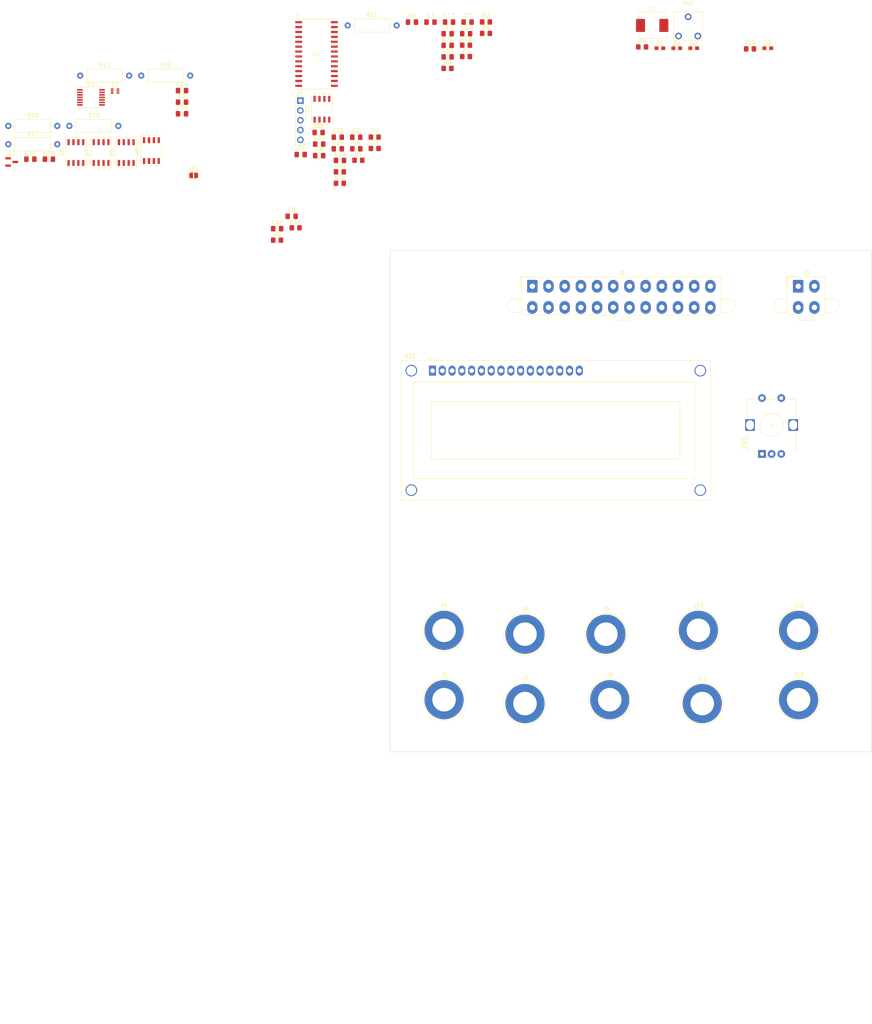
<source format=kicad_pcb>
(kicad_pcb (version 20211014) (generator pcbnew)
  (layers (0 "F.Cu" signal) (31 "B.Cu" signal) (34 "B.Paste" user) (35 "F.Paste" user) (36 "B.SilkS" user "B.Silkscreen") (37 "F.SilkS" user "F.Silkscreen") (38 "B.Mask" user) (39 "F.Mask" user) (44 "Edge.Cuts" user))
  (net 0 "")
  (net 1 "VCC")
  (net 2 "GND")
  (net 3 "+12VA")
  (net 4 "+3V3")
  (net 5 "+5V")
  (net 6 "+12V")
  (net 7 "-12V")
  (net 8 "Net-(C16-Pad1)")
  (net 9 "Net-(DS1-Pad3)")
  (net 10 "/RS")
  (net 11 "/R{slash}~{W}")
  (net 12 "/E_{LCD}")
  (net 13 "Net-(DS1-Pad7)")
  (net 14 "Net-(DS1-Pad8)")
  (net 15 "Net-(DS1-Pad9)")
  (net 16 "Net-(DS1-Pad10)")
  (net 17 "/D0")
  (net 18 "/D1")
  (net 19 "/D2")
  (net 20 "/D3")
  (net 21 "/~{MCLR}")
  (net 22 "/DAT_{ICSP}")
  (net 23 "/CLK_{ICSP}")
  (net 24 "/PWR_{OK}")
  (net 25 "/~{PS_{ON}}")
  (net 27 "Net-(J4-Pad1)")
  (net 28 "Net-(J6-Pad1)")
  (net 29 "Net-(J8-Pad1)")
  (net 30 "Net-(J10-Pad1)")
  (net 31 "Net-(J12-Pad1)")
  (net 32 "Net-(JP1-Pad1)")
  (net 33 "/EN_{ON}")
  (net 34 "/LED")
  (net 35 "Net-(D1-Pad2)")
  (net 36 "/ENC_{A}")
  (net 37 "/ENC_{Button}")
  (net 38 "/ENC_{B}")
  (net 39 "Net-(D2-Pad2)")
  (net 40 "/V_{mon}")
  (net 41 "/EN_{Adj}")
  (net 42 "/SCL")
  (net 43 "/SDA")
  (net 44 "/CURR_{+3.3V}")
  (net 45 "/CURR_{+5V}")
  (net 46 "/CURR_{+12V}")
  (net 47 "/CURR_{-12V}")
  (net 48 "/CURR_{Adj}")
  (net 49 "Net-(L1-Pad1)")
  (net 55 "Net-(D3-Pad2)")
  (net 56 "Net-(R9-Pad1)")
  (net 57 "Net-(D4-Pad2)")
  (net 58 "Net-(R10-Pad1)")
  (net 59 "Net-(R12-Pad1)")
  (footprint "Resistor_SMD:R_0805_2012Metric_Pad1.20x1.40mm_HandSolder" (layer "F.Cu") (at 134.7 -16.78)
    (fp_text reference "R12" (at 0 -1.65) (layer "F.SilkS"))
    (fp_text value "10k")
    (pad "1" smd roundrect (at -1 0) (size 1.2 1.4) (layers "F.Cu" "F.Paste" "F.Mask") (roundrect_rratio 0.208333) (net 59 "Net-(R12-Pad1)"))
    (pad "2" smd roundrect (at 1 0) (size 1.2 1.4) (layers "F.Cu" "F.Paste" "F.Mask") (roundrect_rratio 0.208333) (net 2 "GND"))
  )
  (footprint "Connector:Banana_Jack_1Pin" (layer "F.Cu") (at 221 135)
    (fp_text reference "J12" (at 0 -6.5) (layer "F.SilkS"))
    (fp_text value "Banana Plug")
    (pad "1" thru_hole circle (at 0 0) (size 10.16 10.16) (drill 6.1) (layers *.Cu *.Mask) (net 31 "Net-(J12-Pad1)"))
  )
  (footprint "Capacitor_SMD:C_0805_2012Metric_Pad1.18x1.45mm_HandSolder" (layer "F.Cu") (at 129.92 -13.74)
    (fp_text reference "C18" (at 0 -1.68) (layer "F.SilkS"))
    (fp_text value "22u")
    (pad "1" smd roundrect (at -1.0375 0) (size 1.175 1.45) (layers "F.Cu" "F.Paste" "F.Mask") (roundrect_rratio 0.212766) (net 8 "Net-(C16-Pad1)"))
    (pad "2" smd roundrect (at 1.0375 0) (size 1.175 1.45) (layers "F.Cu" "F.Paste" "F.Mask") (roundrect_rratio 0.212766) (net 2 "GND"))
  )
  (footprint "LED_SMD:LED_0603_1608Metric_Pad1.05x0.95mm_HandSolder" (layer "F.Cu") (at 213 -16)
    (fp_text reference "D3" (at 0 -1.43) (layer "F.SilkS"))
    (fp_text value "LED Red")
    (pad "1" smd roundrect (at -0.875 0) (size 1.05 0.95) (layers "F.Cu" "F.Paste" "F.Mask") (net 2 "GND"))
    (pad "2" smd roundrect (at 0.875 0) (size 1.05 0.95) (layers "F.Cu" "F.Paste" "F.Mask") (net 55 "Net-(D3-Pad2)"))
  )
  (footprint "Connector:Banana_Jack_1Pin" (layer "F.Cu") (at 172 153)
    (fp_text reference "J9" (at 0 -6.5) (layer "F.SilkS"))
    (fp_text value "Banana Plug")
    (pad "1" thru_hole circle (at 0 0) (size 10.16 10.16) (drill 6.1) (layers *.Cu *.Mask) (net 2 "GND"))
  )
  (footprint "Capacitor_SMD:C_0805_2012Metric_Pad1.18x1.45mm_HandSolder" (layer "F.Cu") (at 101.41 10.09)
    (fp_text reference "C24" (at 0 -1.68) (layer "F.SilkS"))
    (fp_text value "0.1u")
    (pad "1" smd roundrect (at -1.0375 0) (size 1.175 1.45) (layers "F.Cu" "F.Paste" "F.Mask") (roundrect_rratio 0.212766) (net 1 "VCC"))
    (pad "2" smd roundrect (at 1.0375 0) (size 1.175 1.45) (layers "F.Cu" "F.Paste" "F.Mask") (roundrect_rratio 0.212766) (net 2 "GND"))
  )
  (footprint "Resistor_THT:R_Axial_DIN0309_L9.0mm_D3.2mm_P12.70mm_Horizontal" (layer "F.Cu") (at 31.77 4.16)
    (fp_text reference "R13" (at 6.35 -2.72) (layer "F.SilkS"))
    (fp_text value "DNP")
    (pad "1" thru_hole circle (at 0 0) (size 1.6 1.6) (drill 0.8) (layers *.Cu *.Mask) (net 8 "Net-(C16-Pad1)"))
    (pad "2" thru_hole oval (at 12.7 0) (size 1.6 1.6) (drill 0.8) (layers *.Cu *.Mask) (net 3 "+12VA"))
  )
  (footprint "Capacitor_SMD:C_0805_2012Metric_Pad1.18x1.45mm_HandSolder" (layer "F.Cu") (at 134.73 -19.76)
    (fp_text reference "C11" (at 0 -1.68) (layer "F.SilkS"))
    (fp_text value "0.1u")
    (pad "1" smd roundrect (at -1.0375 0) (size 1.175 1.45) (layers "F.Cu" "F.Paste" "F.Mask") (roundrect_rratio 0.212766) (net 6 "+12V"))
    (pad "2" smd roundrect (at 1.0375 0) (size 1.175 1.45) (layers "F.Cu" "F.Paste" "F.Mask") (roundrect_rratio 0.212766) (net 2 "GND"))
  )
  (footprint "Inductor_SMD:L_Abracon_ASPI-0630LR" (layer "F.Cu") (at 183.005 -21.91)
    (fp_text reference "L1" (at 0 -4.25) (layer "F.SilkS"))
    (fp_text value "2.2u")
    (pad "1" smd roundrect (at -3.025 0) (size 2.35 3.4) (layers "F.Cu" "F.Paste" "F.Mask") (roundrect_rratio 0.1) (net 49 "Net-(L1-Pad1)"))
    (pad "2" smd roundrect (at 3.025 0) (size 2.35 3.4) (layers "F.Cu" "F.Paste" "F.Mask") (roundrect_rratio 0.1) (net 8 "Net-(C16-Pad1)"))
  )
  (footprint "Jumper:SolderJumper-2_P1.3mm_Open_RoundedPad1.0x1.5mm" (layer "F.Cu") (at 64 17)
    (fp_text reference "JP1" (at 0 -1.8) (layer "F.SilkS"))
    (fp_text value "Jumper NO")
    (pad "1" smd custom (at -0.65 0) (size 1 0.5) (layers "F.Cu" "F.Mask") (net 32 "Net-(JP1-Pad1)") (options (clearance outline) (anchor rect)) (primitives (gr_circle (center 0 0.25) (end 0.5 0.25) (width 0) (fill yes)) (gr_circle (center 0 -0.25) (end 0.5 -0.25) (width 0) (fill yes)) (gr_poly (pts (xy 0.5 0.75) (xy 0 0.75) (xy 0 -0.75) (xy 0.5 -0.75)) (width 0) (fill yes))))
    (pad "2" smd custom (at 0.65 0) (size 1 0.5) (layers "F.Cu" "F.Mask") (net 2 "GND") (options (clearance outline) (anchor rect)) (primitives (gr_circle (center 0 0.25) (end 0.5 0.25) (width 0) (fill yes)) (gr_circle (center 0 -0.25) (end 0.5 -0.25) (width 0) (fill yes)) (gr_poly (pts (xy 0 0.75) (xy -0.5 0.75) (xy -0.5 -0.75) (xy 0 -0.75)) (width 0) (fill yes))))
  )
  (footprint "Resistor_SMD:R_0805_2012Metric_Pad1.20x1.40mm_HandSolder" (layer "F.Cu") (at 111 7.05)
    (fp_text reference "R4" (at 0 -1.65) (layer "F.SilkS"))
    (fp_text value "10k")
    (pad "1" smd roundrect (at -1 0) (size 1.2 1.4) (layers "F.Cu" "F.Paste" "F.Mask") (roundrect_rratio 0.208333) (net 2 "GND"))
    (pad "2" smd roundrect (at 1 0) (size 1.2 1.4) (layers "F.Cu" "F.Paste" "F.Mask") (roundrect_rratio 0.208333) (net 15 "Net-(DS1-Pad9)"))
  )
  (footprint "Capacitor_SMD:C_0805_2012Metric_Pad1.18x1.45mm_HandSolder" (layer "F.Cu") (at 106.22 10.09)
    (fp_text reference "C4" (at 0 -1.68) (layer "F.SilkS"))
    (fp_text value "0.1u")
    (pad "1" smd roundrect (at -1.0375 0) (size 1.175 1.45) (layers "F.Cu" "F.Paste" "F.Mask") (roundrect_rratio 0.212766) (net 1 "VCC"))
    (pad "2" smd roundrect (at 1.0375 0) (size 1.175 1.45) (layers "F.Cu" "F.Paste" "F.Mask") (roundrect_rratio 0.212766) (net 2 "GND"))
  )
  (footprint "Resistor_SMD:R_0805_2012Metric_Pad1.20x1.40mm_HandSolder" (layer "F.Cu") (at 180.405 -16.33)
    (fp_text reference "R9" (at 0 -1.65) (layer "F.SilkS"))
    (fp_text value "360")
    (pad "1" smd roundrect (at -1 0) (size 1.2 1.4) (layers "F.Cu" "F.Paste" "F.Mask") (roundrect_rratio 0.208333) (net 56 "Net-(R9-Pad1)"))
    (pad "2" smd roundrect (at 1 0) (size 1.2 1.4) (layers "F.Cu" "F.Paste" "F.Mask") (roundrect_rratio 0.208333) (net 39 "Net-(D2-Pad2)"))
  )
  (footprint "Resistor_SMD:R_0805_2012Metric_Pad1.20x1.40mm_HandSolder" (layer "F.Cu") (at 106.77 13.07)
    (fp_text reference "R5" (at 0 -1.65) (layer "F.SilkS"))
    (fp_text value "10k")
    (pad "1" smd roundrect (at -1 0) (size 1.2 1.4) (layers "F.Cu" "F.Paste" "F.Mask") (roundrect_rratio 0.208333) (net 2 "GND"))
    (pad "2" smd roundrect (at 1 0) (size 1.2 1.4) (layers "F.Cu" "F.Paste" "F.Mask") (roundrect_rratio 0.208333) (net 16 "Net-(DS1-Pad10)"))
  )
  (footprint "Resistor_SMD:R_0805_2012Metric_Pad1.20x1.40mm_HandSolder" (layer "F.Cu") (at 111 10)
    (fp_text reference "R3" (at 0 -1.65) (layer "F.SilkS"))
    (fp_text value "10k")
    (pad "1" smd roundrect (at -1 0) (size 1.2 1.4) (layers "F.Cu" "F.Paste" "F.Mask") (roundrect_rratio 0.208333) (net 2 "GND"))
    (pad "2" smd roundrect (at 1 0) (size 1.2 1.4) (layers "F.Cu" "F.Paste" "F.Mask") (roundrect_rratio 0.208333) (net 14 "Net-(DS1-Pad8)"))
  )
  (footprint "LED_SMD:LED_0603_1608Metric_Pad1.05x0.95mm_HandSolder" (layer "F.Cu") (at 189.39 -16)
    (fp_text reference "D4" (at 0 -1.43) (layer "F.SilkS"))
    (fp_text value "LED Green")
    (pad "1" smd roundrect (at -0.875 0) (size 1.05 0.95) (layers "F.Cu" "F.Paste" "F.Mask") (net 2 "GND"))
    (pad "2" smd roundrect (at 0.875 0) (size 1.05 0.95) (layers "F.Cu" "F.Paste" "F.Mask") (net 57 "Net-(D4-Pad2)"))
  )
  (footprint "footprints:SOIC28_SO_MCH" (layer "F.Cu") (at 95.9048 -14.4913)
    (fp_text reference "U1" (at 0 0 unlocked) (layer "F.SilkS"))
    (fp_text value "PIC16F15254-I_SO")
    (fp_text user "*" (at -4.88315 -9.9568 unlocked) (layer "F.SilkS"))
    (fp_text user "*" (at -4.88315 -9.9568) (layer "F.SilkS"))
    (pad "1" smd rect (at -4.62915 -8.255) (size 1.7653 0.5588) (layers "F.Cu" "F.Paste" "F.Mask") (net 21 "/~{MCLR}"))
    (pad "2" smd rect (at -4.62915 -6.985) (size 1.7653 0.5588) (layers "F.Cu" "F.Paste" "F.Mask") (net 17 "/D0"))
    (pad "3" smd rect (at -4.62915 -5.715) (size 1.7653 0.5588) (layers "F.Cu" "F.Paste" "F.Mask") (net 18 "/D1"))
    (pad "4" smd rect (at -4.62915 -4.445) (size 1.7653 0.5588) (layers "F.Cu" "F.Paste" "F.Mask") (net 19 "/D2"))
    (pad "5" smd rect (at -4.62915 -3.175) (size 1.7653 0.5588) (layers "F.Cu" "F.Paste" "F.Mask") (net 20 "/D3"))
    (pad "6" smd rect (at -4.62915 -1.905) (size 1.7653 0.5588) (layers "F.Cu" "F.Paste" "F.Mask") (net 24 "/PWR_{OK}"))
    (pad "7" smd rect (at -4.62915 -0.635) (size 1.7653 0.5588) (layers "F.Cu" "F.Paste" "F.Mask") (net 41 "/EN_{Adj}"))
    (pad "8" smd rect (at -4.62915 0.635) (size 1.7653 0.5588) (layers "F.Cu" "F.Paste" "F.Mask") (net 2 "GND"))
    (pad "9" smd rect (at -4.62915 1.905) (size 1.7653 0.5588) (layers "F.Cu" "F.Paste" "F.Mask") (net 38 "/ENC_{B}"))
    (pad "10" smd rect (at -4.62915 3.175) (size 1.7653 0.5588) (layers "F.Cu" "F.Paste" "F.Mask") (net 36 "/ENC_{A}"))
    (pad "11" smd rect (at -4.62915 4.445) (size 1.7653 0.5588) (layers "F.Cu" "F.Paste" "F.Mask") (net 12 "/E_{LCD}"))
    (pad "12" smd rect (at -4.62915 5.715) (size 1.7653 0.5588) (layers "F.Cu" "F.Paste" "F.Mask") (net 11 "/R{slash}~{W}"))
    (pad "13" smd rect (at -4.62915 6.985) (size 1.7653 0.5588) (layers "F.Cu" "F.Paste" "F.Mask") (net 10 "/RS"))
    (pad "14" smd rect (at -4.62915 8.255) (size 1.7653 0.5588) (layers "F.Cu" "F.Paste" "F.Mask") (net 42 "/SCL"))
    (pad "15" smd rect (at 4.62915 8.255) (size 1.7653 0.5588) (layers "F.Cu" "F.Paste" "F.Mask") (net 43 "/SDA"))
    (pad "16" smd rect (at 4.62915 6.985) (size 1.7653 0.5588) (layers "F.Cu" "F.Paste" "F.Mask") (net 34 "/LED"))
    (pad "17" smd rect (at 4.62915 5.715) (size 1.7653 0.5588) (layers "F.Cu" "F.Paste" "F.Mask") (net 37 "/ENC_{Button}"))
    (pad "18" smd rect (at 4.62915 4.445) (size 1.7653 0.5588) (layers "F.Cu" "F.Paste" "F.Mask") (net 33 "/EN_{ON}"))
    (pad "19" smd rect (at 4.62915 3.175) (size 1.7653 0.5588) (layers "F.Cu" "F.Paste" "F.Mask") (net 2 "GND"))
    (pad "20" smd rect (at 4.62915 1.905) (size 1.7653 0.5588) (layers "F.Cu" "F.Paste" "F.Mask") (net 1 "VCC"))
    (pad "21" smd rect (at 4.62915 0.635) (size 1.7653 0.5588) (layers "F.Cu" "F.Paste" "F.Mask") (net 44 "/CURR_{+3.3V}"))
    (pad "22" smd rect (at 4.62915 -0.635) (size 1.7653 0.5588) (layers "F.Cu" "F.Paste" "F.Mask") (net 45 "/CURR_{+5V}"))
    (pad "23" smd rect (at 4.62915 -1.905) (size 1.7653 0.5588) (layers "F.Cu" "F.Paste" "F.Mask") (net 46 "/CURR_{+12V}"))
    (pad "24" smd rect (at 4.62915 -3.175) (size 1.7653 0.5588) (layers "F.Cu" "F.Paste" "F.Mask") (net 47 "/CURR_{-12V}"))
    (pad "25" smd rect (at 4.62915 -4.445) (size 1.7653 0.5588) (layers "F.Cu" "F.Paste" "F.Mask") (net 48 "/CURR_{Adj}"))
    (pad "26" smd rect (at 4.62915 -5.715) (size 1.7653 0.5588) (layers "F.Cu" "F.Paste" "F.Mask") (net 40 "/V_{mon}"))
    (pad "27" smd rect (at 4.62915 -6.985) (size 1.7653 0.5588) (layers "F.Cu" "F.Paste" "F.Mask") (net 23 "/CLK_{ICSP}"))
    (pad "28" smd rect (at 4.62915 -8.255) (size 1.7653 0.5588) (layers "F.Cu" "F.Paste" "F.Mask") (net 22 "/DAT_{ICSP}"))
  )
  (footprint "Capacitor_SMD:C_0805_2012Metric_Pad1.18x1.45mm_HandSolder" (layer "F.Cu") (at 61 1.01)
    (fp_text reference "C15" (at 0 -1.68) (layer "F.SilkS"))
    (fp_text value "10u")
    (pad "1" smd roundrect (at -1.0375 0) (size 1.175 1.45) (layers "F.Cu" "F.Paste" "F.Mask") (roundrect_rratio 0.212766) (net 6 "+12V"))
    (pad "2" smd roundrect (at 1.0375 0) (size 1.175 1.45) (layers "F.Cu" "F.Paste" "F.Mask") (roundrect_rratio 0.212766) (net 2 "GND"))
  )
  (footprint "Resistor_SMD:R_0805_2012Metric_Pad1.20x1.40mm_HandSolder" (layer "F.Cu") (at 134.7 -13.83)
    (fp_text reference "R7" (at 0 -1.65) (layer "F.SilkS"))
    (fp_text value "10k")
    (pad "1" smd roundrect (at -1 0) (size 1.2 1.4) (layers "F.Cu" "F.Paste" "F.Mask") (roundrect_rratio 0.208333) (net 37 "/ENC_{Button}"))
    (pad "2" smd roundrect (at 1 0) (size 1.2 1.4) (layers "F.Cu" "F.Paste" "F.Mask") (roundrect_rratio 0.208333) (net 2 "GND"))
  )
  (footprint "Capacitor_SMD:C_0805_2012Metric_Pad1.18x1.45mm_HandSolder" (layer "F.Cu") (at 61 -2)
    (fp_text reference "C1" (at 0 -1.68) (layer "F.SilkS"))
    (fp_text value "10u")
    (pad "1" smd roundrect (at -1.0375 0) (size 1.175 1.45) (layers "F.Cu" "F.Paste" "F.Mask") (roundrect_rratio 0.212766) (net 1 "VCC"))
    (pad "2" smd roundrect (at 1.0375 0) (size 1.175 1.45) (layers "F.Cu" "F.Paste" "F.Mask") (roundrect_rratio 0.212766) (net 2 "GND"))
  )
  (footprint "Resistor_SMD:R_0805_2012Metric_Pad1.20x1.40mm_HandSolder" (layer "F.Cu") (at 101.96 19.03)
    (fp_text reference "R19" (at 0 -1.65) (layer "F.SilkS"))
    (fp_text value "10k")
    (pad "1" smd roundrect (at -1 0) (size 1.2 1.4) (layers "F.Cu" "F.Paste" "F.Mask") (roundrect_rratio 0.208333) (net 31 "Net-(J12-Pad1)"))
    (pad "2" smd roundrect (at 1 0) (size 1.2 1.4) (layers "F.Cu" "F.Paste" "F.Mask") (roundrect_rratio 0.208333) (net 40 "/V_{mon}"))
  )
  (footprint "Resistor_THT:R_Axial_DIN0309_L9.0mm_D3.2mm_P12.70mm_Horizontal" (layer "F.Cu") (at 103.99 -21.9)
    (fp_text reference "R11" (at 6.35 -2.72) (layer "F.SilkS"))
    (fp_text value "DNP")
    (pad "1" thru_hole circle (at 0 0) (size 1.6 1.6) (drill 0.8) (layers *.Cu *.Mask) (net 3 "+12VA"))
    (pad "2" thru_hole oval (at 12.7 0) (size 1.6 1.6) (drill 0.8) (layers *.Cu *.Mask) (net 2 "GND"))
  )
  (footprint "Resistor_SMD:R_0805_2012Metric_Pad1.20x1.40mm_HandSolder" (layer "F.Cu") (at 208.405 -15.82)
    (fp_text reference "R10" (at 0 -1.65) (layer "F.SilkS"))
    (fp_text value "360")
    (pad "1" smd roundrect (at -1 0) (size 1.2 1.4) (layers "F.Cu" "F.Paste" "F.Mask") (roundrect_rratio 0.208333) (net 58 "Net-(R10-Pad1)"))
    (pad "2" smd roundrect (at 1 0) (size 1.2 1.4) (layers "F.Cu" "F.Paste" "F.Mask") (roundrect_rratio 0.208333) (net 55 "Net-(D3-Pad2)"))
  )
  (footprint "Resistor_THT:R_Axial_DIN0309_L9.0mm_D3.2mm_P12.70mm_Horizontal" (layer "F.Cu") (at 15.92 4.16)
    (fp_text reference "R18" (at 6.35 -2.72) (layer "F.SilkS"))
    (fp_text value "DNP")
    (pad "1" thru_hole circle (at 0 0) (size 1.6 1.6) (drill 0.8) (layers *.Cu *.Mask) (net 7 "-12V"))
    (pad "2" thru_hole oval (at 12.7 0) (size 1.6 1.6) (drill 0.8) (layers *.Cu *.Mask) (net 2 "GND"))
  )
  (footprint "Capacitor_SMD:C_0805_2012Metric_Pad1.18x1.45mm_HandSolder" (layer "F.Cu") (at 26.45 12.79)
    (fp_text reference "C10" (at 0 -1.68) (layer "F.SilkS"))
    (fp_text value "0.1u")
    (pad "1" smd roundrect (at -1.0375 0) (size 1.175 1.45) (layers "F.Cu" "F.Paste" "F.Mask") (roundrect_rratio 0.212766) (net 5 "+5V"))
    (pad "2" smd roundrect (at 1.0375 0) (size 1.175 1.45) (layers "F.Cu" "F.Paste" "F.Mask") (roundrect_rratio 0.212766) (net 2 "GND"))
  )
  (footprint "Capacitor_SMD:C_0805_2012Metric_Pad1.18x1.45mm_HandSolder" (layer "F.Cu") (at 125.48 -22.77)
    (fp_text reference "C3" (at 0 -1.68) (layer "F.SilkS"))
    (fp_text value "0.1u")
    (pad "1" smd roundrect (at -1.0375 0) (size 1.175 1.45) (layers "F.Cu" "F.Paste" "F.Mask") (roundrect_rratio 0.212766) (net 2 "GND"))
    (pad "2" smd roundrect (at 1.0375 0) (size 1.175 1.45) (layers "F.Cu" "F.Paste" "F.Mask") (roundrect_rratio 0.212766) (net 1 "VCC"))
  )
  (footprint "LED_SMD:LED_0603_1608Metric_Pad1.05x0.95mm_HandSolder" (layer "F.Cu") (at 185 -16)
    (fp_text reference "D1" (at 0 -1.43) (layer "F.SilkS"))
    (fp_text value "LED Red")
    (pad "1" smd roundrect (at -0.875 0) (size 1.05 0.95) (layers "F.Cu" "F.Paste" "F.Mask") (net 2 "GND"))
    (pad "2" smd roundrect (at 0.875 0) (size 1.05 0.95) (layers "F.Cu" "F.Paste" "F.Mask") (net 35 "Net-(D1-Pad2)"))
  )
  (footprint "Resistor_SMD:R_0805_2012Metric_Pad1.20x1.40mm_HandSolder" (layer "F.Cu") (at 85.66 33.79)
    (fp_text reference "R6" (at 0 -1.65) (layer "F.SilkS"))
    (fp_text value "10k")
    (pad "1" smd roundrect (at -1 0) (size 1.2 1.4) (layers "F.Cu" "F.Paste" "F.Mask") (roundrect_rratio 0.208333) (net 1 "VCC"))
    (pad "2" smd roundrect (at 1 0) (size 1.2 1.4) (layers "F.Cu" "F.Paste" "F.Mask") (roundrect_rratio 0.208333) (net 36 "/ENC_{A}"))
  )
  (footprint "Capacitor_SMD:C_0805_2012Metric_Pad1.18x1.45mm_HandSolder" (layer "F.Cu") (at 101.41 7.08)
    (fp_text reference "C23" (at 0 -1.68) (layer "F.SilkS"))
    (fp_text value "0.1u")
    (pad "1" smd roundrect (at -1.0375 0) (size 1.175 1.45) (layers "F.Cu" "F.Paste" "F.Mask") (roundrect_rratio 0.212766) (net 1 "VCC"))
    (pad "2" smd roundrect (at 1.0375 0) (size 1.175 1.45) (layers "F.Cu" "F.Paste" "F.Mask") (roundrect_rratio 0.212766) (net 2 "GND"))
  )
  (footprint "Connector_Molex:Molex_Mini-Fit_Jr_5566-24A2_2x12_P4.20mm_Vertical" (layer "F.Cu") (at 151.9 45.75)
    (fp_text reference "J2" (at 23.1 -3.45) (layer "F.SilkS"))
    (fp_text value "ATX Connector")
    (pad "" np_thru_hole circle (at -4.7 5.04) (size 3 3) (drill 3) (layers *.Cu *.Mask))
    (pad "" np_thru_hole circle (at 50.9 5.04) (size 3 3) (drill 3) (layers *.Cu *.Mask))
    (pad "1" thru_hole roundrect (at 0 0) (size 2.7 3.3) (drill 1.4) (layers *.Cu *.Mask) (roundrect_rratio 0.092593) (net 4 "+3V3"))
    (pad "2" thru_hole oval (at 4.2 0) (size 2.7 3.3) (drill 1.4) (layers *.Cu *.Mask) (net 4 "+3V3"))
    (pad "3" thru_hole oval (at 8.4 0) (size 2.7 3.3) (drill 1.4) (layers *.Cu *.Mask) (net 2 "GND"))
    (pad "4" thru_hole oval (at 12.6 0) (size 2.7 3.3) (drill 1.4) (layers *.Cu *.Mask) (net 5 "+5V"))
    (pad "5" thru_hole oval (at 16.8 0) (size 2.7 3.3) (drill 1.4) (layers *.Cu *.Mask) (net 2 "GND"))
    (pad "6" thru_hole oval (at 21 0) (size 2.7 3.3) (drill 1.4) (layers *.Cu *.Mask) (net 5 "+5V"))
    (pad "7" thru_hole oval (at 25.2 0) (size 2.7 3.3) (drill 1.4) (layers *.Cu *.Mask) (net 2 "GND"))
    (pad "8" thru_hole oval (at 29.4 0) (size 2.7 3.3) (drill 1.4) (layers *.Cu *.Mask) (net 24 "/PWR_{OK}"))
    (pad "9" thru_hole oval (at 33.6 0) (size 2.7 3.3) (drill 1.4) (layers *.Cu *.Mask) (net 1 "VCC"))
    (pad "10" thru_hole oval (at 37.8 0) (size 2.7 3.3) (drill 1.4) (layers *.Cu *.Mask) (net 3 "+12VA"))
    (pad "11" thru_hole oval (at 42 0) (size 2.7 3.3) (drill 1.4) (layers *.Cu *.Mask) (net 3 "+12VA"))
    (pad "12" thru_hole oval (at 46.2 0) (size 2.7 3.3) (drill 1.4) (layers *.Cu *.Mask) (net 4 "+3V3"))
    (pad "13" thru_hole oval (at 0 5.5) (size 2.7 3.3) (drill 1.4) (layers *.Cu *.Mask) (net 4 "+3V3"))
    (pad "14" thru_hole oval (at 4.2 5.5) (size 2.7 3.3) (drill 1.4) (layers *.Cu *.Mask) (net 7 "-12V"))
    (pad "15" thru_hole oval (at 8.4 5.5) (size 2.7 3.3) (drill 1.4) (layers *.Cu *.Mask) (net 2 "GND"))
    (pad "16" thru_hole oval (at 12.6 5.5) (size 2.7 3.3) (drill 1.4) (layers *.Cu *.Mask) (net 25 "/~{PS_{ON}}"))
    (pad "17" thru_hole oval (at 16.8 5.5) (size 2.7 3.3) (drill 1.4) (layers *.Cu *.Mask) (net 2 "GND"))
    (pad "18" thru_hole oval (at 21 5.5) (size 2.7 3.3) (drill 1.4) (layers *.Cu *.Mask) (net 2 "GND"))
    (pad "19" thru_hole oval (at 25.2 5.5) (size 2.7 3.3) (drill 1.4) (layers *.Cu *.Mask) (net 2 "GND"))
    (pad "20" thru_hole oval (at 29.4 5.5) (size 2.7 3.3) (drill 1.4) (layers *.Cu *.Mask))
    (pad "21" thru_hole oval (at 33.6 5.5) (size 2.7 3.3) (drill 1.4) (layers *.Cu *.Mask) (net 5 "+5V"))
    (pad "22" thru_hole oval (at 37.8 5.5) (size 2.7 3.3) (drill 1.4) (layers *.Cu *.Mask) (net 5 "+5V"))
    (pad "23" thru_hole oval (at 42 5.5) (size 2.7 3.3) (drill 1.4) (layers *.Cu *.Mask) (net 5 "+5V"))
    (pad "24" thru_hole oval (at 46.2 5.5) (size 2.7 3.3) (drill 1.4) (layers *.Cu *.Mask) (net 2 "GND"))
  )
  (footprint "Capacitor_SMD:C_0805_2012Metric_Pad1.18x1.45mm_HandSolder" (layer "F.Cu") (at 21.64 12.79)
    (fp_text reference "C13" (at 0 -1.68) (layer "F.SilkS"))
    (fp_text value "10u")
    (pad "1" smd roundrect (at -1.0375 0) (size 1.175 1.45) (layers "F.Cu" "F.Paste" "F.Mask") (roundrect_rratio 0.212766) (net 4 "+3V3"))
    (pad "2" smd roundrect (at 1.0375 0) (size 1.175 1.45) (layers "F.Cu" "F.Paste" "F.Mask") (roundrect_rratio 0.212766) (net 2 "GND"))
  )
  (footprint "Connector:Banana_Jack_1Pin" (layer "F.Cu") (at 171 136)
    (fp_text reference "J8" (at 0 -6.5) (layer "F.SilkS"))
    (fp_text value "Banana Plug")
    (pad "1" thru_hole circle (at 0 0) (size 10.16 10.16) (drill 6.1) (layers *.Cu *.Mask) (net 29 "Net-(J8-Pad1)"))
  )
  (footprint "Capacitor_SMD:C_0805_2012Metric_Pad1.18x1.45mm_HandSolder" (layer "F.Cu") (at 96.6 8.87)
    (fp_text reference "C20" (at 0 -1.68) (layer "F.SilkS"))
    (fp_text value "0.1u")
    (pad "1" smd roundrect (at -1.0375 0) (size 1.175 1.45) (layers "F.Cu" "F.Paste" "F.Mask") (roundrect_rratio 0.212766) (net 1 "VCC"))
    (pad "2" smd roundrect (at 1.0375 0) (size 1.175 1.45) (layers "F.Cu" "F.Paste" "F.Mask") (roundrect_rratio 0.212766) (net 2 "GND"))
  )
  (footprint "Display:WC1602A" (layer "F.Cu") (at 126 67.6425)
    (fp_text reference "DS1" (at -5.82 -3.81) (layer "F.SilkS"))
    (fp_text value "WC1602A")
    (pad "" thru_hole circle (at -5.4991 31.0007) (size 3 3) (drill 2.5) (layers *.Cu *.Mask))
    (pad "" thru_hole circle (at 69.49948 31.0007) (size 3 3) (drill 2.5) (layers *.Cu *.Mask))
    (pad "" thru_hole circle (at -5.4991 0) (size 3 3) (drill 2.5) (layers *.Cu *.Mask))
    (pad "" thru_hole circle (at 69.5 0) (size 3 3) (drill 2.5) (layers *.Cu *.Mask))
    (pad "1" thru_hole rect (at 0 0) (size 1.8 2.6) (drill 1.2) (layers *.Cu *.Mask) (net 2 "GND"))
    (pad "2" thru_hole oval (at 2.54 0) (size 1.8 2.6) (drill 1.2) (layers *.Cu *.Mask) (net 1 "VCC"))
    (pad "3" thru_hole oval (at 5.08 0) (size 1.8 2.6) (drill 1.2) (layers *.Cu *.Mask) (net 9 "Net-(DS1-Pad3)"))
    (pad "4" thru_hole oval (at 7.62 0) (size 1.8 2.6) (drill 1.2) (layers *.Cu *.Mask) (net 10 "/RS"))
    (pad "5" thru_hole oval (at 10.16 0) (size 1.8 2.6) (drill 1.2) (layers *.Cu *.Mask) (net 11 "/R{slash}~{W}"))
    (pad "6" thru_hole oval (at 12.7 0) (size 1.8 2.6) (drill 1.2) (layers *.Cu *.Mask) (net 12 "/E_{LCD}"))
    (pad "7" thru_hole oval (at 15.24 0) (size 1.8 2.6) (drill 1.2) (layers *.Cu *.Mask) (net 13 "Net-(DS1-Pad7)"))
    (pad "8" thru_hole oval (at 17.78 0) (size 1.8 2.6) (drill 1.2) (layers *.Cu *.Mask) (net 14 "Net-(DS1-Pad8)"))
    (pad "9" thru_hole oval (at 20.32 0) (size 1.8 2.6) (drill 1.2) (layers *.Cu *.Mask) (net 15 "Net-(DS1-Pad9)"))
    (pad "10" thru_hole oval (at 22.86 0) (size 1.8 2.6) (drill 1.2) (layers *.Cu *.Mask) (net 16 "Net-(DS1-Pad10)"))
    (pad "11" thru_hole oval (at 25.4 0) (size 1.8 2.6) (drill 1.2) (layers *.Cu *.Mask) (net 17 "/D0"))
    (pad "12" thru_hole oval (at 27.94 0) (size 1.8 2.6) (drill 1.2) (layers *.Cu *.Mask) (net 18 "/D1"))
    (pad "13" thru_hole oval (at 30.48 0) (size 1.8 2.6) (drill 1.2) (layers *.Cu *.Mask) (net 19 "/D2"))
    (pad "14" thru_hole oval (at 33.02 0) (size 1.8 2.6) (drill 1.2) (layers *.Cu *.Mask) (net 20 "/D3"))
    (pad "15" thru_hole oval (at 35.56 0) (size 1.8 2.6) (drill 1.2) (layers *.Cu *.Mask) (net 1 "VCC"))
    (pad "16" thru_hole oval (at 38.1 0) (size 1.8 2.6) (drill 1.2) (layers *.Cu *.Mask) (net 2 "GND"))
  )
  (footprint "psu_front_end:SOIC-8-Wider" (layer "F.Cu") (at 46.52 11.07)
    (fp_text reference "U5" (at -3.705 0 90) (layer "F.SilkS"))
    (fp_text value "TMCS1108A2")
    (pad "1" smd rect (at -1.905 2.7) (size 0.6 1.55) (layers "F.Cu" "F.Paste" "F.Mask") (net 5 "+5V"))
    (pad "2" smd rect (at -0.635 2.7) (size 0.6 1.55) (layers "F.Cu" "F.Paste" "F.Mask") (net 5 "+5V"))
    (pad "3" smd rect (at 0.635 2.7) (size 0.6 1.55) (layers "F.Cu" "F.Paste" "F.Mask") (net 28 "Net-(J6-Pad1)"))
    (pad "4" smd rect (at 1.905 2.7) (size 0.6 1.55) (layers "F.Cu" "F.Paste" "F.Mask") (net 28 "Net-(J6-Pad1)"))
    (pad "5" smd rect (at 1.905 -2.7) (size 0.6 1.55) (layers "F.Cu" "F.Paste" "F.Mask") (net 2 "GND"))
    (pad "6" smd rect (at 0.635 -2.7) (size 0.6 1.55) (layers "F.Cu" "F.Paste" "F.Mask"))
    (pad "7" smd rect (at -0.635 -2.7) (size 0.6 1.55) (layers "F.Cu" "F.Paste" "F.Mask") (net 45 "/CURR_{+5V}"))
    (pad "8" smd rect (at -1.905 -2.7) (size 0.6 1.55) (layers "F.Cu" "F.Paste" "F.Mask") (net 1 "VCC"))
  )
  (footprint "psu_front_end:SOIC-8-Wider" (layer "F.Cu") (at 33.46 11.07)
    (fp_text reference "U6" (at -3.705 0 90) (layer "F.SilkS"))
    (fp_text value "TMCS1108A2")
    (pad "1" smd rect (at -1.905 2.7) (size 0.6 1.55) (layers "F.Cu" "F.Paste" "F.Mask") (net 6 "+12V"))
    (pad "2" smd rect (at -0.635 2.7) (size 0.6 1.55) (layers "F.Cu" "F.Paste" "F.Mask") (net 6 "+12V"))
    (pad "3" smd rect (at 0.635 2.7) (size 0.6 1.55) (layers "F.Cu" "F.Paste" "F.Mask") (net 29 "Net-(J8-Pad1)"))
    (pad "4" smd rect (at 1.905 2.7) (size 0.6 1.55) (layers "F.Cu" "F.Paste" "F.Mask") (net 29 "Net-(J8-Pad1)"))
    (pad "5" smd rect (at 1.905 -2.7) (size 0.6 1.55) (layers "F.Cu" "F.Paste" "F.Mask") (net 2 "GND"))
    (pad "6" smd rect (at 0.635 -2.7) (size 0.6 1.55) (layers "F.Cu" "F.Paste" "F.Mask"))
    (pad "7" smd rect (at -0.635 -2.7) (size 0.6 1.55) (layers "F.Cu" "F.Paste" "F.Mask") (net 46 "/CURR_{+12V}"))
    (pad "8" smd rect (at -1.905 -2.7) (size 0.6 1.55) (layers "F.Cu" "F.Paste" "F.Mask") (net 1 "VCC"))
  )
  (footprint "psu_front_end:TrimPot" (layer "F.Cu") (at 192.34 -21.655)
    (fp_text reference "RV1" (at 0 -6 unlocked) (layer "F.SilkS"))
    (fp_text value "10k")
    (pad "1" thru_hole circle (at -2.5 2.5) (size 1.75 1.75) (drill 1) (layers *.Cu *.Mask) (net 1 "VCC"))
    (pad "2" thru_hole circle (at 0 -2.5) (size 1.75 1.75) (drill 1) (layers *.Cu *.Mask) (net 9 "Net-(DS1-Pad3)"))
    (pad "3" thru_hole circle (at 2.5 2.5) (size 1.75 1.75) (drill 1) (layers *.Cu *.Mask) (net 2 "GND"))
  )
  (footprint "Resistor_SMD:R_0805_2012Metric_Pad1.20x1.40mm_HandSolder" (layer "F.Cu") (at 139.88 -19.85)
    (fp_text reference "R1" (at 0 -1.65) (layer "F.SilkS"))
    (fp_text value "360")
    (pad "1" smd roundrect (at -1 0) (size 1.2 1.4) (layers "F.Cu" "F.Paste" "F.Mask") (roundrect_rratio 0.208333) (net 34 "/LED"))
    (pad "2" smd roundrect (at 1 0) (size 1.2 1.4) (layers "F.Cu" "F.Paste" "F.Mask") (roundrect_rratio 0.208333) (net 35 "Net-(D1-Pad2)"))
  )
  (footprint "Capacitor_SMD:C_0805_2012Metric_Pad1.18x1.45mm_HandSolder" (layer "F.Cu") (at 129.92 -16.75)
    (fp_text reference "C21" (at 0 -1.68) (layer "F.SilkS"))
    (fp_text value "0.1u")
    (pad "1" smd roundrect (at -1.0375 0) (size 1.175 1.45) (layers "F.Cu" "F.Paste" "F.Mask") (roundrect_rratio 0.212766) (net 1 "VCC"))
    (pad "2" smd roundrect (at 1.0375 0) (size 1.175 1.45) (layers "F.Cu" "F.Paste" "F.Mask") (roundrect_rratio 0.212766) (net 2 "GND"))
  )
  (footprint "Connector_PinHeader_2.54mm:PinHeader_1x05_P2.54mm_Vertical" (layer "F.Cu") (at 91.71 -2.39)
    (fp_text reference "J1" (at 0 -2.33) (layer "F.SilkS"))
    (fp_text value "ICSP")
    (pad "1" thru_hole rect (at 0 0) (size 1.7 1.7) (drill 1) (layers *.Cu *.Mask) (net 1 "VCC"))
    (pad "2" thru_hole oval (at 0 2.54) (size 1.7 1.7) (drill 1) (layers *.Cu *.Mask) (net 21 "/~{MCLR}"))
    (pad "3" thru_hole oval (at 0 5.08) (size 1.7 1.7) (drill 1) (layers *.Cu *.Mask) (net 22 "/DAT_{ICSP}"))
    (pad "4" thru_hole oval (at 0 7.62) (size 1.7 1.7) (drill 1) (layers *.Cu *.Mask) (net 23 "/CLK_{ICSP}"))
    (pad "5" thru_hole oval (at 0 10.16) (size 1.7 1.7) (drill 1) (layers *.Cu *.Mask) (net 2 "GND"))
  )
  (footprint "Capacitor_SMD:C_0805_2012Metric_Pad1.18x1.45mm_HandSolder" (layer "F.Cu") (at 129.92 -19.76)
    (fp_text reference "C12" (at 0 -1.68) (layer "F.SilkS"))
    (fp_text value "0.1u")
    (pad "1" smd roundrect (at -1.0375 0) (size 1.175 1.45) (layers "F.Cu" "F.Paste" "F.Mask") (roundrect_rratio 0.212766) (net 7 "-12V"))
    (pad "2" smd roundrect (at 1.0375 0) (size 1.175 1.45) (layers "F.Cu" "F.Paste" "F.Mask") (roundrect_rratio 0.212766) (net 2 "GND"))
  )
  (footprint "Resistor_SMD:R_0805_2012Metric_Pad1.20x1.40mm_HandSolder" (layer "F.Cu") (at 139.88 -22.8)
    (fp_text reference "R2" (at 0 -1.65) (layer "F.SilkS"))
    (fp_text value "10k")
    (pad "1" smd roundrect (at -1 0) (size 1.2 1.4) (layers "F.Cu" "F.Paste" "F.Mask") (roundrect_rratio 0.208333) (net 2 "GND"))
    (pad "2" smd roundrect (at 1 0) (size 1.2 1.4) (layers "F.Cu" "F.Paste" "F.Mask") (roundrect_rratio 0.208333) (net 13 "Net-(DS1-Pad7)"))
  )
  (footprint "Capacitor_SMD:C_0805_2012Metric_Pad1.18x1.45mm_HandSolder" (layer "F.Cu") (at 61 -5.01)
    (fp_text reference "C14" (at 0 -1.68) (layer "F.SilkS"))
    (fp_text value "10u")
    (pad "1" smd roundrect (at -1.0375 0) (size 1.175 1.45) (layers "F.Cu" "F.Paste" "F.Mask") (roundrect_rratio 0.212766) (net 5 "+5V"))
    (pad "2" smd roundrect (at 1.0375 0) (size 1.175 1.45) (layers "F.Cu" "F.Paste" "F.Mask") (roundrect_rratio 0.212766) (net 2 "GND"))
  )
  (footprint "Resistor_THT:R_Axial_DIN0309_L9.0mm_D3.2mm_P12.70mm_Horizontal" (layer "F.Cu") (at 15.92 8.91)
    (fp_text reference "R17" (at 6.35 -2.72) (layer "F.SilkS"))
    (fp_text value "DNP")
    (pad "1" thru_hole circle (at 0 0) (size 1.6 1.6) (drill 0.8) (layers *.Cu *.Mask) (net 6 "+12V"))
    (pad "2" thru_hole oval (at 12.7 0) (size 1.6 1.6) (drill 0.8) (layers *.Cu *.Mask) (net 2 "GND"))
  )
  (footprint "Connector:Banana_Jack_1Pin" (layer "F.Cu") (at 195 135)
    (fp_text reference "J10" (at 0 -6.5) (layer "F.SilkS"))
    (fp_text value "Banana Plug")
    (pad "1" thru_hole circle (at 0 0) (size 10.16 10.16) (drill 6.1) (layers *.Cu *.Mask) (net 30 "Net-(J10-Pad1)"))
  )
  (footprint "Resistor_SMD:R_0805_2012Metric_Pad1.20x1.40mm_HandSolder" (layer "F.Cu") (at 90.47 30.59)
    (fp_text reference "R14" (at 0 -1.65) (layer "F.SilkS"))
    (fp_text value "360")
    (pad "1" smd roundrect (at -1 0) (size 1.2 1.4) (layers "F.Cu" "F.Paste" "F.Mask") (roundrect_rratio 0.208333) (net 24 "/PWR_{OK}"))
    (pad "2" smd roundrect (at 1 0) (size 1.2 1.4) (layers "F.Cu" "F.Paste" "F.Mask") (roundrect_rratio 0.208333) (net 57 "Net-(D4-Pad2)"))
  )
  (footprint "Capacitor_SMD:C_0805_2012Metric_Pad1.18x1.45mm_HandSolder" (layer "F.Cu") (at 96.6 11.88)
    (fp_text reference "C8" (at 0 -1.68) (layer "F.SilkS"))
    (fp_text value "0.1u")
    (pad "1" smd roundrect (at -1.0375 0) (size 1.175 1.45) (layers "F.Cu" "F.Paste" "F.Mask") (roundrect_rratio 0.212766) (net 3 "+12VA"))
    (pad "2" smd roundrect (at 1.0375 0) (size 1.175 1.45) (layers "F.Cu" "F.Paste" "F.Mask") (roundrect_rratio 0.212766) (net 2 "GND"))
  )
  (footprint "psu_front_end:SOIC-8-Wider" (layer "F.Cu") (at 53.05 10.57)
    (fp_text reference "U8" (at -3.705 0 90) (layer "F.SilkS"))
    (fp_text value "TMCS1108A2")
    (pad "1" smd rect (at -1.905 2.7) (size 0.6 1.55) (layers "F.Cu" "F.Paste" "F.Mask") (net 8 "Net-(C16-Pad1)"))
    (pad "2" smd rect (at -0.635 2.7) (size 0.6 1.55) (layers "F.Cu" "F.Paste" "F.Mask") (net 8 "Net-(C16-Pad1)"))
    (pad "3" smd rect (at 0.635 2.7) (size 0.6 1.55) (layers "F.Cu" "F.Paste" "F.Mask") (net 31 "Net-(J12-Pad1)"))
    (pad "4" smd rect (at 1.905 2.7) (size 0.6 1.55) (layers "F.Cu" "F.Paste" "F.Mask") (net 31 "Net-(J12-Pad1)"))
    (pad "5" smd rect (at 1.905 -2.7) (size 0.6 1.55) (layers "F.Cu" "F.Paste" "F.Mask") (net 2 "GND"))
    (pad "6" smd rect (at 0.635 -2.7) (size 0.6 1.55) (layers "F.Cu" "F.Paste" "F.Mask"))
    (pad "7" smd rect (at -0.635 -2.7) (size 0.6 1.55) (layers "F.Cu" "F.Paste" "F.Mask") (net 48 "/CURR_{Adj}"))
    (pad "8" smd rect (at -1.905 -2.7) (size 0.6 1.55) (layers "F.Cu" "F.Paste" "F.Mask") (net 1 "VCC"))
  )
  (footprint "psu_front_end:SOIC-8-Wider" (layer "F.Cu") (at 39.99 11.07)
    (fp_text reference "U7" (at -3.705 0 90) (layer "F.SilkS"))
    (fp_text value "TMCS1108A2")
    (pad "1" smd rect (at -1.905 2.7) (size 0.6 1.55) (layers "F.Cu" "F.Paste" "F.Mask") (net 7 "-12V"))
    (pad "2" smd rect (at -0.635 2.7) (size 0.6 1.55) (layers "F.Cu" "F.Paste" "F.Mask") (net 7 "-12V"))
    (pad "3" smd rect (at 0.635 2.7) (size 0.6 1.55) (layers "F.Cu" "F.Paste" "F.Mask") (net 30 "Net-(J10-Pad1)"))
    (pad "4" smd rect (at 1.905 2.7) (size 0.6 1.55) (layers "F.Cu" "F.Paste" "F.Mask") (net 30 "Net-(J10-Pad1)"))
    (pad "5" smd rect (at 1.905 -2.7) (size 0.6 1.55) (layers "F.Cu" "F.Paste" "F.Mask") (net 2 "GND"))
    (pad "6" smd rect (at 0.635 -2.7) (size 0.6 1.55) (layers "F.Cu" "F.Paste" "F.Mask"))
    (pad "7" smd rect (at -0.635 -2.7) (size 0.6 1.55) (layers "F.Cu" "F.Paste" "F.Mask") (net 47 "/CURR_{-12V}"))
    (pad "8" smd rect (at -1.905 -2.7) (size 0.6 1.55) (layers "F.Cu" "F.Paste" "F.Mask") (net 1 "VCC"))
  )
  (footprint "Package_TO_SOT_SMD:SOT-563" (layer "F.Cu") (at 43.62 -4.89)
    (fp_text reference "U3" (at 0 -1.7) (layer "F.SilkS"))
    (fp_text value "TPS565242")
    (pad "1" smd rect (at -0.75 -0.5) (size 0.7 0.34) (layers "F.Cu" "F.Paste" "F.Mask") (net 3 "+12VA"))
    (pad "2" smd rect (at -0.75 0) (size 0.7 0.34) (layers "F.Cu" "F.Paste" "F.Mask") (net 49 "Net-(L1-Pad1)"))
    (pad "3" smd rect (at -0.75 0.5) (size 0.7 0.34) (layers "F.Cu" "F.Paste" "F.Mask") (net 2 "GND"))
    (pad "4" smd rect (at 0.75 0.5) (size 0.7 0.34) (layers "F.Cu" "F.Paste" "F.Mask") (net 2 "GND"))
    (pad "5" smd rect (at 0.75 0) (size 0.7 0.34) (layers "F.Cu" "F.Paste" "F.Mask") (net 41 "/EN_{Adj}"))
    (pad "6" smd rect (at 0.75 -0.5) (size 0.7 0.34) (layers "F.Cu" "F.Paste" "F.Mask") (net 59 "Net-(R12-Pad1)"))
  )
  (footprint "Capacitor_SMD:C_0805_2012Metric_Pad1.18x1.45mm_HandSolder" (layer "F.Cu") (at 96.44 5.86)
    (fp_text reference "C22" (at 0 -1.68) (layer "F.SilkS"))
    (fp_text value "0.1u")
    (pad "1" smd roundrect (at -1.0375 0) (size 1.175 1.45) (layers "F.Cu" "F.Paste" "F.Mask") (roundrect_rratio 0.212766) (net 1 "VCC"))
    (pad "2" smd roundrect (at 1.0375 0) (size 1.175 1.45) (layers "F.Cu" "F.Paste" "F.Mask") (roundrect_rratio 0.212766) (net 2 "GND"))
  )
  (footprint "Package_SO:TSSOP-14_4.4x5mm_P0.65mm" (layer "F.Cu") (at 37.37 -3.24)
    (fp_text reference "U2" (at 0 -3.45) (layer "F.SilkS"))
    (fp_text value "MCP45HV51-ST")
    (pad "1" smd roundrect (at -2.8625 -1.95) (size 1.475 0.4) (layers "F.Cu" "F.Paste" "F.Mask") (net 1 "VCC"))
    (pad "2" smd roundrect (at -2.8625 -1.3) (size 1.475 0.4) (layers "F.Cu" "F.Paste" "F.Mask") (net 42 "/SCL"))
    (pad "3" smd roundrect (at -2.8625 -0.65) (size 1.475 0.4) (layers "F.Cu" "F.Paste" "F.Mask") (net 2 "GND"))
    (pad "4" smd roundrect (at -2.8625 0) (size 1.475 0.4) (layers "F.Cu" "F.Paste" "F.Mask") (net 43 "/SDA"))
    (pad "5" smd roundrect (at -2.8625 0.65) (size 1.475 0.4) (layers "F.Cu" "F.Paste" "F.Mask") (net 2 "GND"))
    (pad "6" smd roundrect (at -2.8625 1.3) (size 1.475 0.4) (layers "F.Cu" "F.Paste" "F.Mask") (net 2 "GND"))
    (pad "7" smd roundrect (at -2.8625 1.95) (size 1.475 0.4) (layers "F.Cu" "F.Paste" "F.Mask") (net 2 "GND"))
    (pad "8" smd roundrect (at 2.8625 1.95) (size 1.475 0.4) (layers "F.Cu" "F.Paste" "F.Mask") (net 1 "VCC"))
    (pad "9" smd roundrect (at 2.8625 1.3) (size 1.475 0.4) (layers "F.Cu" "F.Paste" "F.Mask") (net 2 "GND"))
    (pad "10" smd roundrect (at 2.8625 0.65) (size 1.475 0.4) (layers "F.Cu" "F.Paste" "F.Mask") (net 2 "GND"))
    (pad "11" smd roundrect (at 2.8625 0) (size 1.475 0.4) (layers "F.Cu" "F.Paste" "F.Mask") (net 59 "Net-(R12-Pad1)"))
    (pad "12" smd roundrect (at 2.8625 -0.65) (size 1.475 0.4) (layers "F.Cu" "F.Paste" "F.Mask") (net 59 "Net-(R12-Pad1)"))
    (pad "13" smd roundrect (at 2.8625 -1.3) (size 1.475 0.4) (layers "F.Cu" "F.Paste" "F.Mask") (net 8 "Net-(C16-Pad1)"))
    (pad "14" smd roundrect (at 2.8625 -1.95) (size 1.475 0.4) (layers "F.Cu" "F.Paste" "F.Mask") (net 3 "+12VA"))
  )
  (footprint "Capacitor_SMD:C_0805_2012Metric_Pad1.18x1.45mm_HandSolder" (layer "F.Cu") (at 120.67 -22.77)
    (fp_text reference "C6" (at 0 -1.68) (layer "F.SilkS"))
    (fp_text value "10u")
    (pad "1" smd roundrect (at -1.0375 0) (size 1.175 1.45) (layers "F.Cu" "F.Paste" "F.Mask") (roundrect_rratio 0.212766) (net 1 "VCC"))
    (pad "2" smd roundrect (at 1.0375 0) (size 1.175 1.45) (layers "F.Cu" "F.Paste" "F.Mask") (roundrect_rratio 0.212766) (net 2 "GND"))
  )
  (footprint "Connector:Banana_Jack_1Pin" (layer "F.Cu") (at 221 153)
    (fp_text reference "J13" (at 0 -6.5) (layer "F.SilkS"))
    (fp_text value "Banana Plug")
    (pad "1" thru_hole circle (at 0 0) (size 10.16 10.16) (drill 6.1) (layers *.Cu *.Mask) (net 2 "GND"))
  )
  (footprint "Capacitor_SMD:C_0805_2012Metric_Pad1.18x1.45mm_HandSolder" (layer "F.Cu") (at 130.29 -22.77)
    (fp_text reference "C17" (at 0 -1.68) (layer "F.SilkS"))
    (fp_text value "10u")
    (pad "1" smd roundrect (at -1.0375 0) (size 1.175 1.45) (layers "F.Cu" "F.Paste" "F.Mask") (roundrect_rratio 0.212766) (net 7 "-12V"))
    (pad "2" smd roundrect (at 1.0375 0) (size 1.175 1.45) (layers "F.Cu" "F.Paste" "F.Mask") (roundrect_rratio 0.212766) (net 2 "GND"))
  )
  (footprint "Package_TO_SOT_SMD:SOT-23" (layer "F.Cu") (at 16.79 13.51)
    (fp_text reference "Q1" (at 0 -2.4) (layer "F.SilkS"))
    (fp_text value "2N7002")
    (pad "1" smd roundrect (at -0.9375 -0.95) (size 1.475 0.6) (layers "F.Cu" "F.Paste" "F.Mask") (net 33 "/EN_{ON}"))
    (pad "2" smd roundrect (at -0.9375 0.95) (size 1.475 0.6) (layers "F.Cu" "F.Paste" "F.Mask") (net 2 "GND"))
    (pad "3" smd roundrect (at 0.9375 0) (size 1.475 0.6) (layers "F.Cu" "F.Paste" "F.Mask") (net 32 "Net-(JP1-Pad1)"))
  )
  (footprint "LED_SMD:LED_0603_1608Metric_Pad1.05x0.95mm_HandSolder" (layer "F.Cu") (at 193.78 -16)
    (fp_text reference "D2" (at 0 -1.43) (layer "F.SilkS"))
    (fp_text value "LED Green")
    (pad "1" smd roundrect (at -0.875 0) (size 1.05 0.95) (layers "F.Cu" "F.Paste" "F.Mask") (net 2 "GND"))
    (pad "2" smd roundrect (at 0.875 0) (size 1.05 0.95) (layers "F.Cu" "F.Paste" "F.Mask") (net 39 "Net-(D2-Pad2)"))
  )
  (footprint "Connector:Banana_Jack_1Pin" (layer "F.Cu") (at 129 135)
    (fp_text reference "J4" (at 0 -6.5) (layer "F.SilkS"))
    (fp_text value "Banana Plug")
    (pad "1" thru_hole circle (at 0 0) (size 10.16 10.16) (drill 6.1) (layers *.Cu *.Mask) (net 27 "Net-(J4-Pad1)"))
  )
  (footprint "Connector:Banana_Jack_1Pin" (layer "F.Cu") (at 150 154)
    (fp_text reference "J7" (at 0 -6.5) (layer "F.SilkS"))
    (fp_text value "Banana Plug")
    (pad "1" thru_hole circle (at 0 0) (size 10.16 10.16) (drill 6.1) (layers *.Cu *.Mask) (net 2 "GND"))
  )
  (footprint "Capacitor_SMD:C_0805_2012Metric_Pad1.18x1.45mm_HandSolder" (layer "F.Cu") (at 89.44 27.61)
    (fp_text reference "C9" (at 0 -1.68) (layer "F.SilkS"))
    (fp_text value "0.1u")
    (pad "1" smd roundrect (at -1.0375 0) (size 1.175 1.45) (layers "F.Cu" "F.Paste" "F.Mask") (roundrect_rratio 0.212766) (net 4 "+3V3"))
    (pad "2" smd roundrect (at 1.0375 0) (size 1.175 1.45) (layers "F.Cu" "F.Paste" "F.Mask") (roundrect_rratio 0.212766) (net 2 "GND"))
  )
  (footprint "Resistor_THT:R_Axial_DIN0309_L9.0mm_D3.2mm_P12.70mm_Horizontal" (layer "F.Cu") (at 34.57 -8.89)
    (fp_text reference "R15" (at 6.35 -2.72) (layer "F.SilkS"))
    (fp_text value "DNP")
    (pad "1" thru_hole circle (at 0 0) (size 1.6 1.6) (drill 0.8) (layers *.Cu *.Mask) (net 4 "+3V3"))
    (pad "2" thru_hole oval (at 12.7 0) (size 1.6 1.6) (drill 0.8) (layers *.Cu *.Mask) (net 2 "GND"))
  )
  (footprint "Connector_Molex:Molex_Mini-Fit_Jr_5566-04A2_2x02_P4.20mm_Vertical" (layer "F.Cu") (at 220.9 45.75)
    (fp_text reference "J3" (at 2.1 -3.45) (layer "F.SilkS"))
    (fp_text value "+12V Conn")
    (pad "" np_thru_hole circle (at -4.7 5.04) (size 3 3) (drill 3) (layers *.Cu *.Mask))
    (pad "" np_thru_hole circle (at 8.9 5.04) (size 3 3) (drill 3) (layers *.Cu *.Mask))
    (pad "1" thru_hole roundrect (at 0 0) (size 2.7 3.3) (drill 1.4) (layers *.Cu *.Mask) (roundrect_rratio 0.092593) (net 2 "GND"))
    (pad "2" thru_hole oval (at 4.2 0) (size 2.7 3.3) (drill 1.4) (layers *.Cu *.Mask) (net 2 "GND"))
    (pad "3" thru_hole oval (at 0 5.5) (size 2.7 3.3) (drill 1.4) (layers *.Cu *.Mask) (net 6 "+12V"))
    (pad "4" thru_hole oval (at 4.2 5.5) (size 2.7 3.3) (drill 1.4) (layers *.Cu *.Mask) (net 6 "+12V"))
  )
  (footprint "Capacitor_SMD:C_0805_2012Metric_Pad1.18x1.45mm_HandSolder" (layer "F.Cu") (at 101.99 13.1)
    (fp_text reference "C16" (at 0 -1.68) (layer "F.SilkS"))
    (fp_text value "22u")
    (pad "1" smd roundrect (at -1.0375 0) (size 1.175 1.45) (layers "F.Cu" "F.Paste" "F.Mask") (roundrect_rratio 0.212766) (net 8 "Net-(C16-Pad1)"))
    (pad "2" smd roundrect (at 1.0375 0) (size 1.175 1.45) (layers "F.Cu" "F.Paste" "F.Mask") (roundrect_rratio 0.212766) (net 2 "GND"))
  )
  (footprint "Capacitor_SMD:C_0805_2012Metric_Pad1.18x1.45mm_HandSolder" (layer "F.Cu") (at 135.1 -22.77)
    (fp_text reference "C7" (at 0 -1.68) (layer "F.SilkS"))
    (fp_text value "0.1u")
    (pad "1" smd roundrect (at -1.0375 0) (size 1.175 1.45) (layers "F.Cu" "F.Paste" "F.Mask") (roundrect_rratio 0.212766) (net 3 "+12VA"))
    (pad "2" smd roundrect (at 1.0375 0) (size 1.175 1.45) (layers "F.Cu" "F.Paste" "F.Mask") (roundrect_rratio 0.212766) (net 2 "GND"))
  )
  (footprint "Resistor_THT:R_Axial_DIN0309_L9.0mm_D3.2mm_P12.70mm_Horizontal" (layer "F.Cu") (at 50.42 -8.89)
    (fp_text reference "R16" (at 6.35 -2.72) (layer "F.SilkS"))
    (fp_text value "DNP")
    (pad "1" thru_hole circle (at 0 0) (size 1.6 1.6) (drill 0.8) (layers *.Cu *.Mask) (net 5 "+5V"))
    (pad "2" thru_hole oval (at 12.7 0) (size 1.6 1.6) (drill 0.8) (layers *.Cu *.Mask) (net 2 "GND"))
  )
  (footprint "Rotary_Encoder:RotaryEncoder_Alps_EC12E-Switch_Vertical_H20mm" (layer "F.Cu") (at 211.5 89.25 90)
    (fp_text reference "SW1" (at 2.8 -4.7 90) (layer "F.SilkS"))
    (fp_text value "Rot Encoder")
    (pad "A" thru_hole rect (at 0 0 90) (size 2 2) (drill 1) (layers *.Cu *.Mask) (net 36 "/ENC_{A}"))
    (pad "B" thru_hole circle (at 0 5 90) (size 2 2) (drill 1) (layers *.Cu *.Mask) (net 38 "/ENC_{B}"))
    (pad "C" thru_hole circle (at 0 2.5 90) (size 2 2) (drill 1) (layers *.Cu *.Mask) (net 2 "GND"))
    (pad "MP" thru_hole rect (at 7.5 -3.1 90) (size 3 2.5) (drill oval 2.5 2) (layers *.Cu *.Mask))
    (pad "MP" thru_hole rect (at 7.5 8.1 90) (size 3 2.5) (drill oval 2.5 2) (layers *.Cu *.Mask))
    (pad "S1" thru_hole circle (at 14.5 0 90) (size 2 2) (drill 1) (layers *.Cu *.Mask) (net 1 "VCC"))
    (pad "S2" thru_hole circle (at 14.5 5 90) (size 2 2) (drill 1) (layers *.Cu *.Mask) (net 37 "/ENC_{Button}"))
  )
  (footprint "Capacitor_SMD:C_0805_2012Metric_Pad1.18x1.45mm_HandSolder" (layer "F.Cu") (at 106.22 7.08)
    (fp_text reference "C2" (at 0 -1.68) (layer "F.SilkS"))
    (fp_text value "10u")
    (pad "1" smd roundrect (at -1.0375 0) (size 1.175 1.45) (layers "F.Cu" "F.Paste" "F.Mask") (roundrect_rratio 0.212766) (net 3 "+12VA"))
    (pad "2" smd roundrect (at 1.0375 0) (size 1.175 1.45) (layers "F.Cu" "F.Paste" "F.Mask") (roundrect_rratio 0.212766) (net 2 "GND"))
  )
  (footprint "Resistor_SMD:R_0805_2012Metric_Pad1.20x1.40mm_HandSolder" (layer "F.Cu") (at 101.96 16.08)
    (fp_text reference "R20" (at 0 -1.65) (layer "F.SilkS"))
    (fp_text value "10k")
    (pad "1" smd roundrect (at -1 0) (size 1.2 1.4) (layers "F.Cu" "F.Paste" "F.Mask") (roundrect_rratio 0.208333) (net 40 "/V_{mon}"))
    (pad "2" smd roundrect (at 1 0) (size 1.2 1.4) (layers "F.Cu" "F.Paste" "F.Mask") (roundrect_rratio 0.208333) (net 2 "GND"))
  )
  (footprint "Connector:Banana_Jack_1Pin" (layer "F.Cu") (at 129 153)
    (fp_text reference "J5" (at 0 -6.5) (layer "F.SilkS"))
    (fp_text value "Banana Plug")
    (pad "1" thru_hole circle (at 0 0) (size 10.16 10.16) (drill 6.1) (layers *.Cu *.Mask) (net 2 "GND"))
  )
  (footprint "psu_front_end:SOIC-8-Wider" (layer "F.Cu") (at 97.3 -0.18)
    (fp_text reference "U4" (at -3.705 0 90) (layer "F.SilkS"))
    (fp_text value "TMCS1108A2")
    (pad "1" smd rect (at -1.905 2.7) (size 0.6 1.55) (layers "F.Cu" "F.Paste" "F.Mask") (net 4 "+3V3"))
    (pad "2" smd rect (at -0.635 2.7) (size 0.6 1.55) (layers "F.Cu" "F.Paste" "F.Mask") (net 4 "+3V3"))
    (pad "3" smd rect (at 0.635 2.7) (size 0.6 1.55) (layers "F.Cu" "F.Paste" "F.Mask") (net 27 "Net-(J4-Pad1)"))
    (pad "4" smd rect (at 1.905 2.7) (size 0.6 1.55) (layers "F.Cu" "F.Paste" "F.Mask") (net 27 "Net-(J4-Pad1)"))
    (pad "5" smd rect (at 1.905 -2.7) (size 0.6 1.55) (layers "F.Cu" "F.Paste" "F.Mask") (net 2 "GND"))
    (pad "6" smd rect (at 0.635 -2.7) (size 0.6 1.55) (layers "F.Cu" "F.Paste" "F.Mask"))
    (pad "7" smd rect (at -0.635 -2.7) (size 0.6 1.55) (layers "F.Cu" "F.Paste" "F.Mask") (net 44 "/CURR_{+3.3V}"))
    (pad "8" smd rect (at -1.905 -2.7) (size 0.6 1.55) (layers "F.Cu" "F.Paste" "F.Mask") (net 1 "VCC"))
  )
  (footprint "Connector:Banana_Jack_1Pin" (layer "F.Cu") (at 150 136)
    (fp_text reference "J6" (at 0 -6.5) (layer "F.SilkS"))
    (fp_text value "Banana Plug")
    (pad "1" thru_hole circle (at 0 0) (size 10.16 10.16) (drill 6.1) (layers *.Cu *.Mask) (net 28 "Net-(J6-Pad1)"))
  )
  (footprint "Capacitor_SMD:C_0805_2012Metric_Pad1.18x1.45mm_HandSolder" (layer "F.Cu") (at 91.79 11.59)
    (fp_text reference "C5" (at 0 -1.68) (layer "F.SilkS"))
    (fp_text value "10u")
    (pad "1" smd roundrect (at -1.0375 0) (size 1.175 1.45) (layers "F.Cu" "F.Paste" "F.Mask") (roundrect_rratio 0.212766) (net 3 "+12VA"))
    (pad "2" smd roundrect (at 1.0375 0) (size 1.175 1.45) (layers "F.Cu" "F.Paste" "F.Mask") (roundrect_rratio 0.212766) (net 2 "GND"))
  )
  (footprint "Capacitor_SMD:C_0805_2012Metric_Pad1.18x1.45mm_HandSolder" (layer "F.Cu") (at 85.69 30.81)
    (fp_text reference "C19" (at 0 -1.68) (layer "F.SilkS"))
    (fp_text value "22u")
    (pad "1" smd roundrect (at -1.0375 0) (size 1.175 1.45) (layers "F.Cu" "F.Paste" "F.Mask") (roundrect_rratio 0.212766) (net 8 "Net-(C16-Pad1)"))
    (pad "2" smd roundrect (at 1.0375 0) (size 1.175 1.45) (layers "F.Cu" "F.Paste" "F.Mask") (roundrect_rratio 0.212766) (net 2 "GND"))
  )
  (footprint "Resistor_SMD:R_0805_2012Metric_Pad1.20x1.40mm_HandSolder" (layer "F.Cu") (at 129.89 -10.76)
    (fp_text reference "R8" (at 0 -1.65) (layer "F.SilkS"))
    (fp_text value "10k")
    (pad "1" smd roundrect (at -1 0) (size 1.2 1.4) (layers "F.Cu" "F.Paste" "F.Mask") (roundrect_rratio 0.208333) (net 38 "/ENC_{B}"))
    (pad "2" smd roundrect (at 1 0) (size 1.2 1.4) (layers "F.Cu" "F.Paste" "F.Mask") (roundrect_rratio 0.208333) (net 1 "VCC"))
  )
  (footprint "Connector:Banana_Jack_1Pin" (layer "F.Cu") (at 196 154)
    (fp_text reference "J11" (at 0 -6.5) (layer "F.SilkS"))
    (fp_text value "Banana Plug")
    (pad "1" thru_hole circle (at 0 0) (size 10.16 10.16) (drill 6.1) (layers *.Cu *.Mask) (net 2 "GND"))
  )
  (gr_rect (start 115 36.5) (end 240 166.5) (layer "Edge.Cuts") (width 0.1) (fill none))
)
</source>
